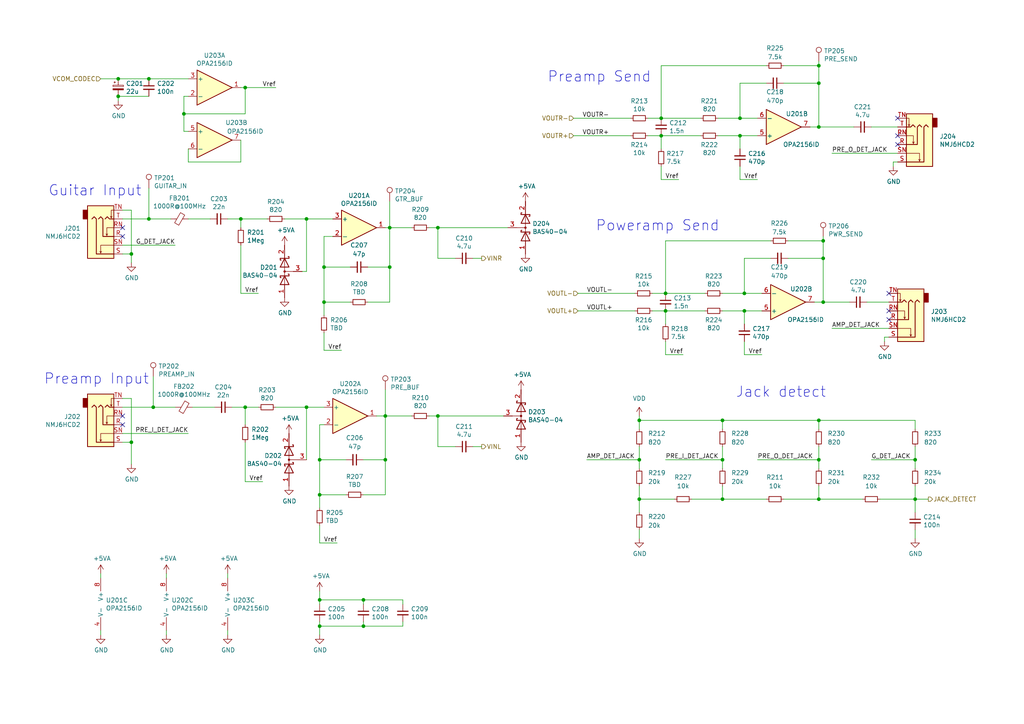
<source format=kicad_sch>
(kicad_sch (version 20210621) (generator eeschema)
  (paper "A4")
  (lib_symbols
    (symbol "Amplifier_Operational:OPA2197xD" (pin_names (offset 0.127))
      (property "Reference" "U" (at 2.54 6.35 0))
      (property "Value" "OPA2197xD" (at 2.54 3.81 0))
      (symbol "OPA2197xD_1_1"
        (pin output line (at 7.62 0 180) (length 2.54) (name "~") (number "1"))
        (pin input line (at -7.62 -2.54 0) (length 2.54) (name "-") (number "2"))
        (pin input line (at -7.62 2.54 0) (length 2.54) (name "+") (number "3"))
      )
      (symbol "OPA2197xD_2_1"
        (pin input line (at -7.62 2.54 0) (length 2.54) (name "+") (number "5"))
        (pin input line (at -7.62 -2.54 0) (length 2.54) (name "-") (number "6"))
        (pin output line (at 7.62 0 180) (length 2.54) (name "~") (number "7"))
      )
      (symbol "OPA2197xD_3_1"
        (pin power_in line (at 0 -7.62 90) (length 3.81) (name "V-") (number "4"))
        (pin power_in line (at 0 7.62 270) (length 3.81) (name "V+") (number "8"))
      )
    )
    (symbol "Connector:AudioJack3_Switch"
      (property "Reference" "J" (at 0 11.43 0))
      (property "Value" "AudioJack3_Switch" (at 0 8.89 0))
      (symbol "AudioJack3_Switch_1_1"
        (pin passive line (at 5.08 0 180) (length 2.54) (name "~") (number "R"))
        (pin passive line (at 5.08 -2.54 180) (length 2.54) (name "~") (number "RN"))
        (pin passive line (at 5.08 5.08 180) (length 2.54) (name "~") (number "S"))
        (pin passive line (at 5.08 2.54 180) (length 2.54) (name "~") (number "SN"))
        (pin passive line (at 5.08 -5.08 180) (length 2.54) (name "~") (number "T"))
        (pin passive line (at 5.08 -7.62 180) (length 2.54) (name "~") (number "TN"))
      )
    )
    (symbol "Connector:TestPoint" (pin_numbers hide) (pin_names (offset 0.762) hide)
      (property "Reference" "TP" (at 0 6.858 0))
      (property "Value" "TestPoint" (at 0 5.08 0))
      (symbol "TestPoint_1_1"
        (pin passive line (at 0 0 90) (length 2.54) (name "1") (number "1"))
      )
    )
    (symbol "Device:CP_Small" (pin_numbers hide) (pin_names (offset 0.254) hide)
      (property "Reference" "C" (at 0.254 1.778 0))
      (property "Value" "CP_Small" (at 0.254 -2.032 0))
      (symbol "CP_Small_1_1"
        (pin passive line (at 0 2.54 270) (length 1.8542) (name "~") (number "1"))
        (pin passive line (at 0 -2.54 90) (length 1.8542) (name "~") (number "2"))
      )
    )
    (symbol "Device:C_Small" (pin_numbers hide) (pin_names (offset 0.254) hide)
      (property "Reference" "C" (at 0.254 1.778 0))
      (property "Value" "C_Small" (at 0.254 -2.032 0))
      (symbol "C_Small_1_1"
        (pin passive line (at 0 2.54 270) (length 2.032) (name "~") (number "1"))
        (pin passive line (at 0 -2.54 90) (length 2.032) (name "~") (number "2"))
      )
    )
    (symbol "Device:D_Schottky_x2_Serial_AKC" (pin_names (offset 0.762) hide)
      (property "Reference" "D" (at 1.27 -2.54 0))
      (property "Value" "D_Schottky_x2_Serial_AKC" (at 0 2.54 0))
      (symbol "D_Schottky_x2_Serial_AKC_0_1"
        (pin passive line (at -7.62 0 0) (length 3.81) (name "A") (number "1"))
        (pin passive line (at 7.62 0 180) (length 3.81) (name "K") (number "2"))
        (pin passive line (at 0 -5.08 90) (length 2.54) (name "common") (number "3"))
      )
    )
    (symbol "Device:Ferrite_Bead_Small" (pin_numbers hide) (pin_names (offset 0))
      (property "Reference" "FB" (at 1.905 1.27 0))
      (property "Value" "Ferrite_Bead_Small" (at 1.905 -1.27 0))
      (symbol "Ferrite_Bead_Small_1_1"
        (pin passive line (at 0 2.54 270) (length 1.27) (name "~") (number "1"))
        (pin passive line (at 0 -2.54 90) (length 1.27) (name "~") (number "2"))
      )
    )
    (symbol "Device:R_Small" (pin_numbers hide) (pin_names (offset 0.254) hide)
      (property "Reference" "R" (at 0.762 0.508 0))
      (property "Value" "R_Small" (at 0.762 -1.016 0))
      (symbol "R_Small_1_1"
        (pin passive line (at 0 2.54 270) (length 0.762) (name "~") (number "1"))
        (pin passive line (at 0 -2.54 90) (length 0.762) (name "~") (number "2"))
      )
    )
    (symbol "power:+5VA" (power) (pin_names (offset 0))
      (property "Value" "+5VA" (at 0 3.556 0))
      (symbol "+5VA_1_1"
        (pin power_in line (at 0 0 90) (length 0) hide (name "+5VA") (number "1"))
      )
    )
    (symbol "power:GND" (power) (pin_names (offset 0))
      (property "Value" "GND" (at 0 -3.81 0))
      (symbol "GND_1_1"
        (pin power_in line (at 0 0 270) (length 0) hide (name "GND") (number "1"))
      )
    )
    (symbol "power:VDD" (power) (pin_names (offset 0))
      (property "Value" "VDD" (at 0 3.81 0))
      (symbol "VDD_1_1"
        (pin power_in line (at 0 0 90) (length 0) hide (name "VDD") (number "1"))
      )
    )
  )
  (junction (at 34.29 22.86) (diameter 0.9144))
  (junction (at 34.29 27.94) (diameter 0.9144))
  (junction (at 38.1 73.66) (diameter 0.9144))
  (junction (at 38.1 128.27) (diameter 0.9144))
  (junction (at 43.18 22.86) (diameter 0.9144))
  (junction (at 43.18 63.5) (diameter 0.9144))
  (junction (at 44.45 118.11) (diameter 0.9144))
  (junction (at 53.34 33.02) (diameter 0.9144))
  (junction (at 69.85 63.5) (diameter 0.9144))
  (junction (at 71.12 25.4) (diameter 0.9144))
  (junction (at 71.12 118.11) (diameter 0.9144))
  (junction (at 88.9 63.5) (diameter 0.9144))
  (junction (at 88.9 118.11) (diameter 0.9144))
  (junction (at 92.71 133.35) (diameter 0.9144))
  (junction (at 92.71 143.51) (diameter 0.9144))
  (junction (at 92.71 173.99) (diameter 0.9144))
  (junction (at 92.71 181.61) (diameter 0.9144))
  (junction (at 93.98 77.47) (diameter 0.9144))
  (junction (at 93.98 87.63) (diameter 0.9144))
  (junction (at 105.41 173.99) (diameter 0.9144))
  (junction (at 105.41 181.61) (diameter 0.9144))
  (junction (at 111.76 120.65) (diameter 0.9144))
  (junction (at 111.76 133.35) (diameter 0.9144))
  (junction (at 113.03 66.04) (diameter 0.9144))
  (junction (at 113.03 77.47) (diameter 0.9144))
  (junction (at 127 66.04) (diameter 0.9144))
  (junction (at 127 120.65) (diameter 0.9144))
  (junction (at 185.42 121.92))
  (junction (at 185.42 133.35))
  (junction (at 185.42 144.78))
  (junction (at 191.77 34.29) (diameter 0.9144))
  (junction (at 191.77 39.37) (diameter 0.9144))
  (junction (at 193.04 85.09) (diameter 0.9144))
  (junction (at 193.04 90.17) (diameter 0.9144))
  (junction (at 209.55 121.92))
  (junction (at 209.55 133.35))
  (junction (at 209.55 144.78))
  (junction (at 214.63 34.29) (diameter 0.9144))
  (junction (at 214.63 39.37) (diameter 0.9144))
  (junction (at 215.9 85.09) (diameter 0.9144))
  (junction (at 215.9 90.17) (diameter 0.9144))
  (junction (at 237.49 19.05) (diameter 0.9144))
  (junction (at 237.49 24.13) (diameter 0.9144))
  (junction (at 237.49 36.83) (diameter 0.9144))
  (junction (at 237.49 121.92))
  (junction (at 237.49 133.35))
  (junction (at 237.49 144.78))
  (junction (at 238.76 69.85) (diameter 0.9144))
  (junction (at 238.76 74.93) (diameter 0.9144))
  (junction (at 238.76 87.63) (diameter 0.9144))
  (junction (at 265.43 133.35))
  (junction (at 265.43 144.78))
  (no_connect (at 35.56 66.04))
  (no_connect (at 35.56 68.58))
  (no_connect (at 35.56 120.65))
  (no_connect (at 35.56 123.19))
  (no_connect (at 257.81 85.09))
  (no_connect (at 257.81 90.17))
  (no_connect (at 257.81 92.71))
  (no_connect (at 260.35 34.29))
  (no_connect (at 260.35 39.37))
  (no_connect (at 260.35 41.91))
  (wire (pts (xy 29.21 22.86) (xy 34.29 22.86)))
  (wire (pts (xy 29.21 167.64) (xy 29.21 166.37)))
  (wire (pts (xy 29.21 184.15) (xy 29.21 182.88)))
  (wire (pts (xy 34.29 22.86) (xy 43.18 22.86)))
  (wire (pts (xy 34.29 27.94) (xy 43.18 27.94)))
  (wire (pts (xy 34.29 29.21) (xy 34.29 27.94)))
  (wire (pts (xy 35.56 60.96) (xy 38.1 60.96)))
  (wire (pts (xy 35.56 63.5) (xy 43.18 63.5)))
  (wire (pts (xy 35.56 71.12) (xy 50.8 71.12)))
  (wire (pts (xy 35.56 118.11) (xy 44.45 118.11)))
  (wire (pts (xy 35.56 125.73) (xy 54.61 125.73)))
  (wire (pts (xy 35.56 128.27) (xy 38.1 128.27)))
  (wire (pts (xy 38.1 60.96) (xy 38.1 73.66)))
  (wire (pts (xy 38.1 73.66) (xy 35.56 73.66)))
  (wire (pts (xy 38.1 76.2) (xy 38.1 73.66)))
  (wire (pts (xy 38.1 115.57) (xy 35.56 115.57)))
  (wire (pts (xy 38.1 128.27) (xy 38.1 115.57)))
  (wire (pts (xy 38.1 128.27) (xy 38.1 134.62)))
  (wire (pts (xy 43.18 22.86) (xy 54.61 22.86)))
  (wire (pts (xy 43.18 54.61) (xy 43.18 63.5)))
  (wire (pts (xy 43.18 63.5) (xy 49.53 63.5)))
  (wire (pts (xy 44.45 109.22) (xy 44.45 118.11)))
  (wire (pts (xy 44.45 118.11) (xy 50.8 118.11)))
  (wire (pts (xy 48.26 166.37) (xy 48.26 167.64)))
  (wire (pts (xy 48.26 184.15) (xy 48.26 182.88)))
  (wire (pts (xy 53.34 27.94) (xy 53.34 33.02)))
  (wire (pts (xy 53.34 33.02) (xy 71.12 33.02)))
  (wire (pts (xy 53.34 38.1) (xy 53.34 33.02)))
  (wire (pts (xy 54.61 27.94) (xy 53.34 27.94)))
  (wire (pts (xy 54.61 38.1) (xy 53.34 38.1)))
  (wire (pts (xy 54.61 43.18) (xy 54.61 46.99)))
  (wire (pts (xy 54.61 46.99) (xy 69.85 46.99)))
  (wire (pts (xy 54.61 63.5) (xy 60.96 63.5)))
  (wire (pts (xy 62.23 118.11) (xy 55.88 118.11)))
  (wire (pts (xy 66.04 63.5) (xy 69.85 63.5)))
  (wire (pts (xy 66.04 167.64) (xy 66.04 166.37)))
  (wire (pts (xy 66.04 184.15) (xy 66.04 182.88)))
  (wire (pts (xy 67.31 118.11) (xy 71.12 118.11)))
  (wire (pts (xy 69.85 46.99) (xy 69.85 40.64)))
  (wire (pts (xy 69.85 63.5) (xy 69.85 66.04)))
  (wire (pts (xy 69.85 71.12) (xy 69.85 85.09)))
  (wire (pts (xy 71.12 25.4) (xy 69.85 25.4)))
  (wire (pts (xy 71.12 25.4) (xy 80.01 25.4)))
  (wire (pts (xy 71.12 33.02) (xy 71.12 25.4)))
  (wire (pts (xy 71.12 118.11) (xy 71.12 123.19)))
  (wire (pts (xy 71.12 118.11) (xy 74.93 118.11)))
  (wire (pts (xy 71.12 128.27) (xy 71.12 139.7)))
  (wire (pts (xy 71.12 139.7) (xy 76.2 139.7)))
  (wire (pts (xy 74.93 85.09) (xy 69.85 85.09)))
  (wire (pts (xy 77.47 63.5) (xy 69.85 63.5)))
  (wire (pts (xy 80.01 118.11) (xy 88.9 118.11)))
  (wire (pts (xy 82.55 63.5) (xy 88.9 63.5)))
  (wire (pts (xy 87.63 78.74) (xy 88.9 78.74)))
  (wire (pts (xy 88.9 78.74) (xy 88.9 63.5)))
  (wire (pts (xy 88.9 118.11) (xy 93.98 118.11)))
  (wire (pts (xy 88.9 133.35) (xy 88.9 118.11)))
  (wire (pts (xy 92.71 123.19) (xy 92.71 133.35)))
  (wire (pts (xy 92.71 133.35) (xy 92.71 143.51)))
  (wire (pts (xy 92.71 133.35) (xy 100.33 133.35)))
  (wire (pts (xy 92.71 143.51) (xy 92.71 147.32)))
  (wire (pts (xy 92.71 143.51) (xy 100.33 143.51)))
  (wire (pts (xy 92.71 152.4) (xy 92.71 157.48)))
  (wire (pts (xy 92.71 157.48) (xy 97.79 157.48)))
  (wire (pts (xy 92.71 171.45) (xy 92.71 173.99)))
  (wire (pts (xy 92.71 173.99) (xy 105.41 173.99)))
  (wire (pts (xy 92.71 175.26) (xy 92.71 173.99)))
  (wire (pts (xy 92.71 180.34) (xy 92.71 181.61)))
  (wire (pts (xy 92.71 181.61) (xy 92.71 184.15)))
  (wire (pts (xy 92.71 181.61) (xy 105.41 181.61)))
  (wire (pts (xy 93.98 68.58) (xy 93.98 77.47)))
  (wire (pts (xy 93.98 77.47) (xy 93.98 87.63)))
  (wire (pts (xy 93.98 77.47) (xy 101.6 77.47)))
  (wire (pts (xy 93.98 87.63) (xy 93.98 91.44)))
  (wire (pts (xy 93.98 87.63) (xy 101.6 87.63)))
  (wire (pts (xy 93.98 96.52) (xy 93.98 101.6)))
  (wire (pts (xy 93.98 123.19) (xy 92.71 123.19)))
  (wire (pts (xy 96.52 63.5) (xy 88.9 63.5)))
  (wire (pts (xy 96.52 68.58) (xy 93.98 68.58)))
  (wire (pts (xy 99.06 101.6) (xy 93.98 101.6)))
  (wire (pts (xy 105.41 133.35) (xy 111.76 133.35)))
  (wire (pts (xy 105.41 143.51) (xy 111.76 143.51)))
  (wire (pts (xy 105.41 173.99) (xy 116.84 173.99)))
  (wire (pts (xy 105.41 175.26) (xy 105.41 173.99)))
  (wire (pts (xy 105.41 181.61) (xy 105.41 180.34)))
  (wire (pts (xy 105.41 181.61) (xy 116.84 181.61)))
  (wire (pts (xy 106.68 77.47) (xy 113.03 77.47)))
  (wire (pts (xy 106.68 87.63) (xy 113.03 87.63)))
  (wire (pts (xy 109.22 120.65) (xy 111.76 120.65)))
  (wire (pts (xy 111.76 113.03) (xy 111.76 120.65)))
  (wire (pts (xy 111.76 120.65) (xy 111.76 133.35)))
  (wire (pts (xy 111.76 120.65) (xy 119.38 120.65)))
  (wire (pts (xy 111.76 143.51) (xy 111.76 133.35)))
  (wire (pts (xy 113.03 58.42) (xy 113.03 66.04)))
  (wire (pts (xy 113.03 66.04) (xy 111.76 66.04)))
  (wire (pts (xy 113.03 66.04) (xy 119.38 66.04)))
  (wire (pts (xy 113.03 77.47) (xy 113.03 66.04)))
  (wire (pts (xy 113.03 87.63) (xy 113.03 77.47)))
  (wire (pts (xy 116.84 173.99) (xy 116.84 175.26)))
  (wire (pts (xy 116.84 181.61) (xy 116.84 180.34)))
  (wire (pts (xy 124.46 66.04) (xy 127 66.04)))
  (wire (pts (xy 124.46 120.65) (xy 127 120.65)))
  (wire (pts (xy 127 66.04) (xy 147.32 66.04)))
  (wire (pts (xy 127 74.93) (xy 127 66.04)))
  (wire (pts (xy 127 74.93) (xy 132.08 74.93)))
  (wire (pts (xy 127 120.65) (xy 127 129.54)))
  (wire (pts (xy 127 120.65) (xy 146.05 120.65)))
  (wire (pts (xy 127 129.54) (xy 132.08 129.54)))
  (wire (pts (xy 137.16 74.93) (xy 139.7 74.93)))
  (wire (pts (xy 137.16 129.54) (xy 139.7 129.54)))
  (wire (pts (xy 166.37 34.29) (xy 182.88 34.29)))
  (wire (pts (xy 166.37 39.37) (xy 182.88 39.37)))
  (wire (pts (xy 167.64 85.09) (xy 184.15 85.09)))
  (wire (pts (xy 167.64 90.17) (xy 184.15 90.17)))
  (wire (pts (xy 170.18 133.35) (xy 185.42 133.35)))
  (wire (pts (xy 185.42 120.65) (xy 185.42 121.92)))
  (wire (pts (xy 185.42 121.92) (xy 209.55 121.92)))
  (wire (pts (xy 185.42 124.46) (xy 185.42 121.92)))
  (wire (pts (xy 185.42 133.35) (xy 185.42 129.54)))
  (wire (pts (xy 185.42 135.89) (xy 185.42 133.35)))
  (wire (pts (xy 185.42 144.78) (xy 185.42 140.97)))
  (wire (pts (xy 185.42 144.78) (xy 195.58 144.78)))
  (wire (pts (xy 185.42 148.59) (xy 185.42 144.78)))
  (wire (pts (xy 185.42 153.67) (xy 185.42 156.21)))
  (wire (pts (xy 187.96 34.29) (xy 191.77 34.29)))
  (wire (pts (xy 187.96 39.37) (xy 191.77 39.37)))
  (wire (pts (xy 189.23 85.09) (xy 193.04 85.09)))
  (wire (pts (xy 189.23 90.17) (xy 193.04 90.17)))
  (wire (pts (xy 191.77 19.05) (xy 222.25 19.05)))
  (wire (pts (xy 191.77 34.29) (xy 191.77 19.05)))
  (wire (pts (xy 191.77 34.29) (xy 203.2 34.29)))
  (wire (pts (xy 191.77 39.37) (xy 203.2 39.37)))
  (wire (pts (xy 191.77 43.18) (xy 191.77 39.37)))
  (wire (pts (xy 191.77 48.26) (xy 191.77 52.07)))
  (wire (pts (xy 193.04 69.85) (xy 223.52 69.85)))
  (wire (pts (xy 193.04 85.09) (xy 193.04 69.85)))
  (wire (pts (xy 193.04 85.09) (xy 204.47 85.09)))
  (wire (pts (xy 193.04 90.17) (xy 204.47 90.17)))
  (wire (pts (xy 193.04 93.98) (xy 193.04 90.17)))
  (wire (pts (xy 193.04 99.06) (xy 193.04 102.87)))
  (wire (pts (xy 193.04 133.35) (xy 209.55 133.35)))
  (wire (pts (xy 196.85 52.07) (xy 191.77 52.07)))
  (wire (pts (xy 198.12 102.87) (xy 193.04 102.87)))
  (wire (pts (xy 200.66 144.78) (xy 209.55 144.78)))
  (wire (pts (xy 208.28 34.29) (xy 214.63 34.29)))
  (wire (pts (xy 208.28 39.37) (xy 214.63 39.37)))
  (wire (pts (xy 209.55 85.09) (xy 215.9 85.09)))
  (wire (pts (xy 209.55 90.17) (xy 215.9 90.17)))
  (wire (pts (xy 209.55 121.92) (xy 209.55 124.46)))
  (wire (pts (xy 209.55 121.92) (xy 237.49 121.92)))
  (wire (pts (xy 209.55 129.54) (xy 209.55 133.35)))
  (wire (pts (xy 209.55 133.35) (xy 209.55 135.89)))
  (wire (pts (xy 209.55 140.97) (xy 209.55 144.78)))
  (wire (pts (xy 209.55 144.78) (xy 222.25 144.78)))
  (wire (pts (xy 214.63 24.13) (xy 222.25 24.13)))
  (wire (pts (xy 214.63 34.29) (xy 214.63 24.13)))
  (wire (pts (xy 214.63 34.29) (xy 219.71 34.29)))
  (wire (pts (xy 214.63 39.37) (xy 219.71 39.37)))
  (wire (pts (xy 214.63 43.18) (xy 214.63 39.37)))
  (wire (pts (xy 214.63 48.26) (xy 214.63 52.07)))
  (wire (pts (xy 215.9 74.93) (xy 223.52 74.93)))
  (wire (pts (xy 215.9 85.09) (xy 215.9 74.93)))
  (wire (pts (xy 215.9 85.09) (xy 220.98 85.09)))
  (wire (pts (xy 215.9 90.17) (xy 220.98 90.17)))
  (wire (pts (xy 215.9 93.98) (xy 215.9 90.17)))
  (wire (pts (xy 215.9 99.06) (xy 215.9 102.87)))
  (wire (pts (xy 219.71 52.07) (xy 214.63 52.07)))
  (wire (pts (xy 219.71 133.35) (xy 237.49 133.35)))
  (wire (pts (xy 220.98 102.87) (xy 215.9 102.87)))
  (wire (pts (xy 227.33 24.13) (xy 237.49 24.13)))
  (wire (pts (xy 227.33 144.78) (xy 237.49 144.78)))
  (wire (pts (xy 228.6 74.93) (xy 238.76 74.93)))
  (wire (pts (xy 234.95 36.83) (xy 237.49 36.83)))
  (wire (pts (xy 236.22 87.63) (xy 238.76 87.63)))
  (wire (pts (xy 237.49 17.78) (xy 237.49 19.05)))
  (wire (pts (xy 237.49 19.05) (xy 227.33 19.05)))
  (wire (pts (xy 237.49 24.13) (xy 237.49 19.05)))
  (wire (pts (xy 237.49 36.83) (xy 237.49 24.13)))
  (wire (pts (xy 237.49 36.83) (xy 247.65 36.83)))
  (wire (pts (xy 237.49 121.92) (xy 237.49 124.46)))
  (wire (pts (xy 237.49 121.92) (xy 265.43 121.92)))
  (wire (pts (xy 237.49 129.54) (xy 237.49 133.35)))
  (wire (pts (xy 237.49 133.35) (xy 237.49 135.89)))
  (wire (pts (xy 237.49 140.97) (xy 237.49 144.78)))
  (wire (pts (xy 237.49 144.78) (xy 250.19 144.78)))
  (wire (pts (xy 238.76 68.58) (xy 238.76 69.85)))
  (wire (pts (xy 238.76 69.85) (xy 228.6 69.85)))
  (wire (pts (xy 238.76 74.93) (xy 238.76 69.85)))
  (wire (pts (xy 238.76 87.63) (xy 238.76 74.93)))
  (wire (pts (xy 241.3 44.45) (xy 260.35 44.45)))
  (wire (pts (xy 241.3 95.25) (xy 257.81 95.25)))
  (wire (pts (xy 246.38 87.63) (xy 238.76 87.63)))
  (wire (pts (xy 252.73 36.83) (xy 260.35 36.83)))
  (wire (pts (xy 252.73 133.35) (xy 265.43 133.35)))
  (wire (pts (xy 255.27 144.78) (xy 265.43 144.78)))
  (wire (pts (xy 256.54 97.79) (xy 257.81 97.79)))
  (wire (pts (xy 256.54 99.06) (xy 256.54 97.79)))
  (wire (pts (xy 257.81 87.63) (xy 251.46 87.63)))
  (wire (pts (xy 259.08 46.99) (xy 260.35 46.99)))
  (wire (pts (xy 259.08 48.26) (xy 259.08 46.99)))
  (wire (pts (xy 265.43 121.92) (xy 265.43 124.46)))
  (wire (pts (xy 265.43 129.54) (xy 265.43 133.35)))
  (wire (pts (xy 265.43 133.35) (xy 265.43 135.89)))
  (wire (pts (xy 265.43 140.97) (xy 265.43 144.78)))
  (wire (pts (xy 265.43 144.78) (xy 265.43 148.59)))
  (wire (pts (xy 265.43 144.78) (xy 269.24 144.78)))
  (wire (pts (xy 265.43 153.67) (xy 265.43 156.21)))
  (text "Preamp Input" (at 12.7 111.76 0) (effects (font (size 2.9972 2.9972)) (justify left bottom)))
  (text "Guitar Input" (at 13.97 57.15 0) (effects (font (size 2.9972 2.9972)) (justify left bottom)))
  (text "Preamp Send" (at 158.75 24.13 0) (effects (font (size 2.9972 2.9972)) (justify left bottom)))
  (text "Poweramp Send" (at 172.72 67.31 0) (effects (font (size 2.9972 2.9972)) (justify left bottom)))
  (text "Jack detect" (at 213.36 115.57 0) (effects (font (size 2.9972 2.9972)) (justify left bottom)))
  (label "G_DET_JACK" (at 50.8 71.12 180))
  (label "PRE_I_DET_JACK" (at 54.61 125.73 180))
  (label "Vref" (at 74.93 85.09 180))
  (label "Vref" (at 76.2 139.7 180))
  (label "Vref" (at 80.01 25.4 180))
  (label "Vref" (at 97.79 157.48 180))
  (label "Vref" (at 99.06 101.6 180))
  (label "VOUTR-" (at 168.91 34.29 0))
  (label "VOUTR+" (at 168.91 39.37 0))
  (label "VOUTL-" (at 170.18 85.09 0))
  (label "VOUTL+" (at 170.18 90.17 0))
  (label "AMP_DET_JACK" (at 170.18 133.35 0))
  (label "PRE_I_DET_JACK" (at 193.04 133.35 0))
  (label "Vref" (at 196.85 52.07 180))
  (label "Vref" (at 198.12 102.87 180))
  (label "Vref" (at 219.71 52.07 180))
  (label "PRE_O_DET_JACK" (at 219.71 133.35 0))
  (label "Vref" (at 220.98 102.87 180))
  (label "PRE_O_DET_JACK" (at 241.3 44.45 0))
  (label "AMP_DET_JACK" (at 241.3 95.25 0))
  (label "G_DET_JACK" (at 252.73 133.35 0))
  (hierarchical_label "VCOM_CODEC" (shape input) (at 29.21 22.86 180))
  (hierarchical_label "VINR" (shape output) (at 139.7 74.93 0))
  (hierarchical_label "VINL" (shape output) (at 139.7 129.54 0))
  (hierarchical_label "VOUTR-" (shape input) (at 166.37 34.29 180))
  (hierarchical_label "VOUTR+" (shape input) (at 166.37 39.37 180))
  (hierarchical_label "VOUTL-" (shape input) (at 167.64 85.09 180))
  (hierarchical_label "VOUTL+" (shape input) (at 167.64 90.17 180))
  (hierarchical_label "JACK_DETECT" (shape output) (at 269.24 144.78 0))
  (symbol (lib_id "power:+5VA") (at 29.21 166.37 0) (unit 1)
    (property "Reference" "#PWR0201" (effects hide))
    (property "Value" "+5VA" (at 29.591 161.9758 0))
  )
  (symbol (lib_id "power:+5VA") (at 48.26 166.37 0) (unit 1)
    (property "Reference" "#PWR0206" (effects hide))
    (property "Value" "+5VA" (at 48.641 161.9758 0))
  )
  (symbol (lib_id "power:+5VA") (at 66.04 166.37 0) (unit 1)
    (property "Reference" "#PWR0208" (effects hide))
    (property "Value" "+5VA" (at 66.421 161.9758 0))
  )
  (symbol (lib_id "power:+5VA") (at 82.55 71.12 0) (unit 1)
    (property "Reference" "#PWR0212" (effects hide))
    (property "Value" "+5VA" (at 82.931 66.7258 0))
  )
  (symbol (lib_id "power:+5VA") (at 83.82 125.73 0) (unit 1)
    (property "Reference" "#PWR0214" (effects hide))
    (property "Value" "+5VA" (at 84.201 121.3358 0))
  )
  (symbol (lib_id "power:+5VA") (at 92.71 171.45 0) (unit 1)
    (property "Reference" "#PWR0218" (effects hide))
    (property "Value" "+5VA" (at 93.091 167.0558 0))
  )
  (symbol (lib_id "power:+5VA") (at 151.13 113.03 0) (unit 1)
    (property "Reference" "#PWR0221" (effects hide))
    (property "Value" "+5VA" (at 151.511 108.6358 0))
  )
  (symbol (lib_id "power:+5VA") (at 152.4 58.42 0) (unit 1)
    (property "Reference" "#PWR0223" (effects hide))
    (property "Value" "+5VA" (at 152.781 54.0258 0))
  )
  (symbol (lib_id "power:VDD") (at 185.42 120.65 0) (unit 1)
    (property "Reference" "#PWR0210" (effects hide))
    (property "Value" "VDD" (at 185.42 115.57 0))
  )
  (symbol (lib_id "Connector:TestPoint") (at 43.18 54.61 0) (unit 1) (in_bom no)
    (property "Reference" "TP201" (at 44.6532 51.6128 0) (effects (justify left)))
    (property "Value" "GUITAR_IN" (at 44.6532 53.9242 0) (effects (justify left)))
    (property "Footprint" "guitar_dsp_platform:TestPoint_THTPad_D2.0mm_Drill1.0mm" (effects hide))
  )
  (symbol (lib_id "Connector:TestPoint") (at 44.45 109.22 0) (unit 1) (in_bom no)
    (property "Reference" "TP202" (at 45.9232 106.2228 0) (effects (justify left)))
    (property "Value" "PREAMP_IN" (at 45.9232 108.5342 0) (effects (justify left)))
    (property "Footprint" "guitar_dsp_platform:TestPoint_THTPad_D2.0mm_Drill1.0mm" (effects hide))
  )
  (symbol (lib_id "Connector:TestPoint") (at 111.76 113.03 0) (unit 1)
    (property "Reference" "TP203" (at 113.2332 110.0328 0) (effects (justify left)))
    (property "Value" "PRE_BUF" (at 113.2332 112.3442 0) (effects (justify left)))
    (property "Footprint" "guitar_dsp_platform:TestPoint_THTPad_D2.0mm_Drill1.0mm" (effects hide))
  )
  (symbol (lib_id "Connector:TestPoint") (at 113.03 58.42 0) (unit 1)
    (property "Reference" "TP204" (at 114.5032 55.4228 0) (effects (justify left)))
    (property "Value" "GTR_BUF" (at 114.5032 57.7342 0) (effects (justify left)))
    (property "Footprint" "guitar_dsp_platform:TestPoint_THTPad_D2.0mm_Drill1.0mm" (effects hide))
  )
  (symbol (lib_id "Connector:TestPoint") (at 237.49 17.78 0) (unit 1) (in_bom no)
    (property "Reference" "TP205" (at 238.9632 14.7828 0) (effects (justify left)))
    (property "Value" "PRE_SEND" (at 238.9632 17.0942 0) (effects (justify left)))
    (property "Footprint" "guitar_dsp_platform:TestPoint_THTPad_D2.0mm_Drill1.0mm" (effects hide))
  )
  (symbol (lib_id "Connector:TestPoint") (at 238.76 68.58 0) (unit 1) (in_bom no)
    (property "Reference" "TP206" (at 240.2332 65.5828 0) (effects (justify left)))
    (property "Value" "PWR_SEND" (at 240.2332 67.8942 0) (effects (justify left)))
    (property "Footprint" "guitar_dsp_platform:TestPoint_THTPad_D2.0mm_Drill1.0mm" (effects hide))
  )
  (symbol (lib_id "power:GND") (at 29.21 184.15 0) (unit 1)
    (property "Reference" "#PWR0202" (effects hide))
    (property "Value" "GND" (at 29.337 188.5442 0))
  )
  (symbol (lib_id "power:GND") (at 34.29 29.21 0) (unit 1)
    (property "Reference" "#PWR0203" (effects hide))
    (property "Value" "GND" (at 34.417 33.6042 0))
  )
  (symbol (lib_id "power:GND") (at 38.1 76.2 0) (unit 1)
    (property "Reference" "#PWR0204" (effects hide))
    (property "Value" "GND" (at 38.227 80.5942 0))
  )
  (symbol (lib_id "power:GND") (at 38.1 134.62 0) (unit 1)
    (property "Reference" "#PWR0205" (effects hide))
    (property "Value" "GND" (at 38.227 139.0142 0))
  )
  (symbol (lib_id "power:GND") (at 48.26 184.15 0) (unit 1)
    (property "Reference" "#PWR0207" (effects hide))
    (property "Value" "GND" (at 48.387 188.5442 0))
  )
  (symbol (lib_id "power:GND") (at 66.04 184.15 0) (unit 1)
    (property "Reference" "#PWR0209" (effects hide))
    (property "Value" "GND" (at 66.167 188.5442 0))
  )
  (symbol (lib_id "power:GND") (at 82.55 86.36 0) (unit 1)
    (property "Reference" "#PWR0213" (effects hide))
    (property "Value" "GND" (at 82.677 90.7542 0))
  )
  (symbol (lib_id "power:GND") (at 83.82 140.97 0) (unit 1)
    (property "Reference" "#PWR0215" (effects hide))
    (property "Value" "GND" (at 83.947 145.3642 0))
  )
  (symbol (lib_id "power:GND") (at 92.71 184.15 0) (unit 1)
    (property "Reference" "#PWR0219" (effects hide))
    (property "Value" "GND" (at 92.837 188.5442 0))
  )
  (symbol (lib_id "power:GND") (at 151.13 128.27 0) (unit 1)
    (property "Reference" "#PWR0222" (effects hide))
    (property "Value" "GND" (at 151.257 132.6642 0))
  )
  (symbol (lib_id "power:GND") (at 152.4 73.66 0) (unit 1)
    (property "Reference" "#PWR0224" (effects hide))
    (property "Value" "GND" (at 152.527 78.0542 0))
  )
  (symbol (lib_id "power:GND") (at 185.42 156.21 0) (unit 1)
    (property "Reference" "#PWR0211" (effects hide))
    (property "Value" "GND" (at 185.547 160.6042 0))
  )
  (symbol (lib_id "power:GND") (at 256.54 99.06 0) (unit 1)
    (property "Reference" "#PWR0235" (effects hide))
    (property "Value" "GND" (at 256.667 103.4542 0))
  )
  (symbol (lib_id "power:GND") (at 259.08 48.26 0) (unit 1)
    (property "Reference" "#PWR0236" (effects hide))
    (property "Value" "GND" (at 259.207 52.6542 0))
  )
  (symbol (lib_id "power:GND") (at 265.43 156.21 0) (unit 1)
    (property "Reference" "#PWR0216" (effects hide))
    (property "Value" "GND" (at 265.557 160.6042 0))
  )
  (symbol (lib_id "Device:R_Small") (at 69.85 68.58 0) (unit 1)
    (property "Reference" "R201" (at 71.628 67.4116 0) (effects (justify left)))
    (property "Value" "1Meg" (at 71.628 69.723 0) (effects (justify left)))
    (property "Footprint" "Resistor_SMD:R_0805_2012Metric_Pad1.20x1.40mm_HandSolder" (effects hide))
    (property "PN" "CR0805-FX-1004ELF" (effects hide))
  )
  (symbol (lib_id "Device:R_Small") (at 71.12 125.73 0) (unit 1)
    (property "Reference" "R202" (at 72.898 124.5616 0) (effects (justify left)))
    (property "Value" "1Meg" (at 72.898 126.873 0) (effects (justify left)))
    (property "Footprint" "Resistor_SMD:R_0805_2012Metric_Pad1.20x1.40mm_HandSolder" (effects hide))
    (property "PN" "CR0805-FX-1004ELF" (effects hide))
  )
  (symbol (lib_id "Device:R_Small") (at 77.47 118.11 270) (unit 1)
    (property "Reference" "R203" (at 77.47 113.1316 90))
    (property "Value" "820" (at 77.47 115.443 90))
    (property "Footprint" "Resistor_SMD:R_0805_2012Metric_Pad1.20x1.40mm_HandSolder" (effects hide))
    (property "PN" "CR0805-FX-8200ELF" (effects hide))
  )
  (symbol (lib_id "Device:R_Small") (at 80.01 63.5 270) (unit 1)
    (property "Reference" "R204" (at 80.01 58.5216 90))
    (property "Value" "820" (at 80.01 60.833 90))
    (property "Footprint" "Resistor_SMD:R_0805_2012Metric_Pad1.20x1.40mm_HandSolder" (effects hide))
    (property "PN" "CR0805-FX-8200ELF" (effects hide))
  )
  (symbol (lib_id "Device:R_Small") (at 92.71 149.86 0) (unit 1)
    (property "Reference" "R205" (at 94.488 148.6916 0) (effects (justify left)))
    (property "Value" "TBD" (at 94.488 151.003 0) (effects (justify left)))
    (property "Footprint" "Resistor_SMD:R_0805_2012Metric_Pad1.20x1.40mm_HandSolder" (effects hide))
  )
  (symbol (lib_id "Device:R_Small") (at 93.98 93.98 0) (unit 1)
    (property "Reference" "R206" (at 95.758 92.8116 0) (effects (justify left)))
    (property "Value" "TBD" (at 95.758 95.123 0) (effects (justify left)))
    (property "Footprint" "Resistor_SMD:R_0805_2012Metric_Pad1.20x1.40mm_HandSolder" (effects hide))
  )
  (symbol (lib_id "Device:R_Small") (at 102.87 143.51 270) (unit 1)
    (property "Reference" "R207" (at 102.87 138.2522 90))
    (property "Value" "TBD" (at 102.87 140.5636 90))
    (property "Footprint" "Resistor_SMD:R_0805_2012Metric_Pad1.20x1.40mm_HandSolder" (effects hide))
  )
  (symbol (lib_id "Device:R_Small") (at 104.14 87.63 270) (unit 1)
    (property "Reference" "R208" (at 104.14 82.3722 90))
    (property "Value" "TBD" (at 104.14 84.6836 90))
    (property "Footprint" "Resistor_SMD:R_0805_2012Metric_Pad1.20x1.40mm_HandSolder" (effects hide))
  )
  (symbol (lib_id "Device:R_Small") (at 121.92 66.04 270) (unit 1)
    (property "Reference" "R209" (at 121.92 60.7822 90))
    (property "Value" "820" (at 121.92 63.0936 90))
    (property "Footprint" "Resistor_SMD:R_0805_2012Metric_Pad1.20x1.40mm_HandSolder" (effects hide))
    (property "PN" "CR0805-FX-8200ELF" (effects hide))
  )
  (symbol (lib_id "Device:R_Small") (at 121.92 120.65 270) (unit 1)
    (property "Reference" "R210" (at 121.92 115.3922 90))
    (property "Value" "820" (at 121.92 117.7036 90))
    (property "Footprint" "Resistor_SMD:R_0805_2012Metric_Pad1.20x1.40mm_HandSolder" (effects hide))
    (property "PN" "CR0805-FX-8200ELF" (effects hide))
  )
  (symbol (lib_id "Device:R_Small") (at 185.42 34.29 270) (unit 1)
    (property "Reference" "R213" (at 185.42 29.3116 90))
    (property "Value" "10k" (at 185.42 31.623 90))
    (property "Footprint" "Resistor_SMD:R_0805_2012Metric_Pad1.20x1.40mm_HandSolder" (effects hide))
    (property "PN" "CR0805-FX-1002ELF" (effects hide))
  )
  (symbol (lib_id "Device:R_Small") (at 185.42 39.37 270) (unit 1)
    (property "Reference" "R214" (at 185.42 42.0116 90))
    (property "Value" "10k" (at 185.42 44.323 90))
    (property "Footprint" "Resistor_SMD:R_0805_2012Metric_Pad1.20x1.40mm_HandSolder" (effects hide))
    (property "PN" "CR0805-FX-1002ELF" (effects hide))
  )
  (symbol (lib_id "Device:R_Small") (at 185.42 127 0) (unit 1)
    (property "Reference" "R212" (at 187.96 125.7299 0) (effects (justify left)))
    (property "Value" "820" (at 187.96 128.2699 0) (effects (justify left)))
    (property "Footprint" "Resistor_SMD:R_0805_2012Metric_Pad1.20x1.40mm_HandSolder" (effects hide))
    (property "PN" "CR0805-FX-8200ELF" (effects hide))
  )
  (symbol (lib_id "Device:R_Small") (at 185.42 138.43 180) (unit 1)
    (property "Reference" "R219" (at 187.96 137.1599 0) (effects (justify right)))
    (property "Value" "20k" (at 187.96 139.6999 0) (effects (justify right)))
    (property "Footprint" "Resistor_SMD:R_0805_2012Metric_Pad1.20x1.40mm_HandSolder" (effects hide))
    (property "PN" "CR0805-FX-2002ELF" (effects hide))
  )
  (symbol (lib_id "Device:R_Small") (at 185.42 151.13 180) (unit 1)
    (property "Reference" "R220" (at 187.96 149.8599 0) (effects (justify right)))
    (property "Value" "20k" (at 187.96 152.3999 0) (effects (justify right)))
    (property "Footprint" "Resistor_SMD:R_0805_2012Metric_Pad1.20x1.40mm_HandSolder" (effects hide))
    (property "PN" "CR0805-FX-2002ELF" (effects hide))
  )
  (symbol (lib_id "Device:R_Small") (at 186.69 85.09 270) (unit 1)
    (property "Reference" "R215" (at 186.69 80.1116 90))
    (property "Value" "10k" (at 186.69 82.423 90))
    (property "Footprint" "Resistor_SMD:R_0805_2012Metric_Pad1.20x1.40mm_HandSolder" (effects hide))
    (property "PN" "CR0805-FX-1002ELF" (effects hide))
  )
  (symbol (lib_id "Device:R_Small") (at 186.69 90.17 270) (unit 1)
    (property "Reference" "R216" (at 186.69 92.8116 90))
    (property "Value" "10k" (at 186.69 95.123 90))
    (property "Footprint" "Resistor_SMD:R_0805_2012Metric_Pad1.20x1.40mm_HandSolder" (effects hide))
    (property "PN" "CR0805-FX-1002ELF" (effects hide))
  )
  (symbol (lib_id "Device:R_Small") (at 191.77 45.72 180) (unit 1)
    (property "Reference" "R217" (at 193.2686 44.5516 0) (effects (justify right)))
    (property "Value" "7.5k" (at 193.2686 46.863 0) (effects (justify right)))
    (property "Footprint" "Resistor_SMD:R_0805_2012Metric_Pad1.20x1.40mm_HandSolder" (effects hide))
    (property "PN" "CR0805-FX-7501ELF" (effects hide))
  )
  (symbol (lib_id "Device:R_Small") (at 193.04 96.52 180) (unit 1)
    (property "Reference" "R218" (at 194.5386 95.3516 0) (effects (justify right)))
    (property "Value" "7.5k" (at 194.5386 97.663 0) (effects (justify right)))
    (property "Footprint" "Resistor_SMD:R_0805_2012Metric_Pad1.20x1.40mm_HandSolder" (effects hide))
    (property "PN" "CR0805-FX-7501ELF" (effects hide))
  )
  (symbol (lib_id "Device:R_Small") (at 198.12 144.78 90) (unit 1)
    (property "Reference" "R227" (at 198.12 138.43 90))
    (property "Value" "10k" (at 198.12 140.97 90))
    (property "Footprint" "Resistor_SMD:R_0805_2012Metric_Pad1.20x1.40mm_HandSolder" (effects hide))
    (property "PN" "CR0805-FX-1002ELF" (effects hide))
  )
  (symbol (lib_id "Device:R_Small") (at 205.74 34.29 270) (unit 1)
    (property "Reference" "R221" (at 205.74 29.3116 90))
    (property "Value" "820" (at 205.74 31.623 90))
    (property "Footprint" "Resistor_SMD:R_0805_2012Metric_Pad1.20x1.40mm_HandSolder" (effects hide))
    (property "PN" "CR0805-FX-8200ELF" (effects hide))
  )
  (symbol (lib_id "Device:R_Small") (at 205.74 39.37 270) (unit 1)
    (property "Reference" "R222" (at 205.74 42.0116 90))
    (property "Value" "820" (at 205.74 44.323 90))
    (property "Footprint" "Resistor_SMD:R_0805_2012Metric_Pad1.20x1.40mm_HandSolder" (effects hide))
    (property "PN" "CR0805-FX-8200ELF" (effects hide))
  )
  (symbol (lib_id "Device:R_Small") (at 207.01 85.09 270) (unit 1)
    (property "Reference" "R223" (at 207.01 80.1116 90))
    (property "Value" "820" (at 207.01 82.423 90))
    (property "Footprint" "Resistor_SMD:R_0805_2012Metric_Pad1.20x1.40mm_HandSolder" (effects hide))
    (property "PN" "CR0805-FX-8200ELF" (effects hide))
  )
  (symbol (lib_id "Device:R_Small") (at 207.01 90.17 270) (unit 1)
    (property "Reference" "R224" (at 207.01 92.8116 90))
    (property "Value" "820" (at 207.01 95.123 90))
    (property "Footprint" "Resistor_SMD:R_0805_2012Metric_Pad1.20x1.40mm_HandSolder" (effects hide))
    (property "PN" "CR0805-FX-8200ELF" (effects hide))
  )
  (symbol (lib_id "Device:R_Small") (at 209.55 127 0) (unit 1)
    (property "Reference" "R228" (at 212.09 125.7299 0) (effects (justify left)))
    (property "Value" "820" (at 212.09 128.2699 0) (effects (justify left)))
    (property "Footprint" "Resistor_SMD:R_0805_2012Metric_Pad1.20x1.40mm_HandSolder" (effects hide))
    (property "PN" "CR0805-FX-8200ELF" (effects hide))
  )
  (symbol (lib_id "Device:R_Small") (at 209.55 138.43 180) (unit 1)
    (property "Reference" "R229" (at 212.09 137.1599 0) (effects (justify right)))
    (property "Value" "20k" (at 212.09 139.6999 0) (effects (justify right)))
    (property "Footprint" "Resistor_SMD:R_0805_2012Metric_Pad1.20x1.40mm_HandSolder" (effects hide))
    (property "PN" "CR0805-FX-2002ELF" (effects hide))
  )
  (symbol (lib_id "Device:R_Small") (at 224.79 19.05 270) (unit 1)
    (property "Reference" "R225" (at 224.79 13.97 90))
    (property "Value" "7.5k" (at 224.79 16.51 90))
    (property "Footprint" "Resistor_SMD:R_0805_2012Metric_Pad1.20x1.40mm_HandSolder" (effects hide))
    (property "PN" "CR0805-FX-7501ELF" (effects hide))
  )
  (symbol (lib_id "Device:R_Small") (at 224.79 144.78 90) (unit 1)
    (property "Reference" "R211" (at 224.79 138.43 90))
    (property "Value" "10k" (at 224.79 140.97 90))
    (property "Footprint" "Resistor_SMD:R_0805_2012Metric_Pad1.20x1.40mm_HandSolder" (effects hide))
    (property "PN" "CR0805-FX-1002ELF" (effects hide))
  )
  (symbol (lib_id "Device:R_Small") (at 226.06 69.85 270) (unit 1)
    (property "Reference" "R226" (at 226.06 64.77 90))
    (property "Value" "7.5k" (at 226.06 67.31 90))
    (property "Footprint" "Resistor_SMD:R_0805_2012Metric_Pad1.20x1.40mm_HandSolder" (effects hide))
    (property "PN" "CR0805-FX-7501ELF" (effects hide))
  )
  (symbol (lib_id "Device:R_Small") (at 237.49 127 0) (unit 1)
    (property "Reference" "R230" (at 240.03 125.7299 0) (effects (justify left)))
    (property "Value" "820" (at 240.03 128.2699 0) (effects (justify left)))
    (property "Footprint" "Resistor_SMD:R_0805_2012Metric_Pad1.20x1.40mm_HandSolder" (effects hide))
    (property "PN" "CR0805-FX-8200ELF" (effects hide))
  )
  (symbol (lib_id "Device:R_Small") (at 237.49 138.43 180) (unit 1)
    (property "Reference" "R231" (at 240.03 137.1599 0) (effects (justify right)))
    (property "Value" "20k" (at 240.03 139.6999 0) (effects (justify right)))
    (property "Footprint" "Resistor_SMD:R_0805_2012Metric_Pad1.20x1.40mm_HandSolder" (effects hide))
    (property "PN" "CR0805-FX-2002ELF" (effects hide))
  )
  (symbol (lib_id "Device:R_Small") (at 252.73 144.78 90) (unit 1)
    (property "Reference" "R232" (at 252.73 138.43 90))
    (property "Value" "10k" (at 252.73 140.97 90))
    (property "Footprint" "Resistor_SMD:R_0805_2012Metric_Pad1.20x1.40mm_HandSolder" (effects hide))
    (property "PN" "CR0805-FX-1002ELF" (effects hide))
  )
  (symbol (lib_id "Device:R_Small") (at 265.43 127 0) (unit 1)
    (property "Reference" "R233" (at 267.97 125.7299 0) (effects (justify left)))
    (property "Value" "820" (at 267.97 128.2699 0) (effects (justify left)))
    (property "Footprint" "Resistor_SMD:R_0805_2012Metric_Pad1.20x1.40mm_HandSolder" (effects hide))
    (property "PN" "CR0805-FX-8200ELF" (effects hide))
  )
  (symbol (lib_id "Device:R_Small") (at 265.43 138.43 180) (unit 1)
    (property "Reference" "R234" (at 267.97 137.1599 0) (effects (justify right)))
    (property "Value" "20k" (at 267.97 139.6999 0) (effects (justify right)))
    (property "Footprint" "Resistor_SMD:R_0805_2012Metric_Pad1.20x1.40mm_HandSolder" (effects hide))
    (property "PN" "CR0805-FX-2002ELF" (effects hide))
  )
  (symbol (lib_id "Amplifier_Operational:OPA2197xD") (at 29.21 175.26 0) (unit 3)
    (property "Reference" "U201" (at 30.6832 174.0916 0) (effects (justify left)))
    (property "Value" "OPA2156ID" (at 30.6832 176.403 0) (effects (justify left)))
    (property "Footprint" "Package_SO:SOIC-8_3.9x4.9mm_P1.27mm" (effects hide))
    (property "Datasheet" "https://www.ti.com/lit/ds/symlink/opa2156.pdf" (effects hide))
    (property "PN" "OPA2156ID" (effects hide))
  )
  (symbol (lib_id "Amplifier_Operational:OPA2197xD") (at 48.26 175.26 0) (unit 3)
    (property "Reference" "U202" (at 49.7332 174.0916 0) (effects (justify left)))
    (property "Value" "OPA2156ID" (at 49.7332 176.403 0) (effects (justify left)))
    (property "Footprint" "Package_SO:SOIC-8_3.9x4.9mm_P1.27mm" (effects hide))
    (property "Datasheet" "https://www.ti.com/lit/ds/symlink/opa2156.pdf" (effects hide))
    (property "PN" "OPA2156ID" (effects hide))
  )
  (symbol (lib_id "Amplifier_Operational:OPA2197xD") (at 66.04 175.26 0) (unit 3)
    (property "Reference" "U203" (at 67.5132 174.0916 0) (effects (justify left)))
    (property "Value" "OPA2156ID" (at 67.5132 176.403 0) (effects (justify left)))
    (property "Footprint" "Package_SO:SOIC-8_3.9x4.9mm_P1.27mm" (effects hide))
    (property "Datasheet" "https://www.ti.com/lit/ds/symlink/opa2156.pdf" (effects hide))
    (property "PN" "OPA2156ID" (effects hide))
  )
  (symbol (lib_id "Device:CP_Small") (at 34.29 25.4 0) (unit 1)
    (property "Reference" "C201" (at 36.5252 24.2316 0) (effects (justify left)))
    (property "Value" "22u" (at 36.5252 26.543 0) (effects (justify left)))
    (property "Footprint" "Capacitor_SMD:CP_Elec_4x5.8" (effects hide))
    (property "Datasheet" "https://www.mouser.co.uk/datasheet/2/315/ABA0000C1175-947561.pdf" (effects hide))
    (property "PN" "EEEFK1A220AR" (effects hide))
  )
  (symbol (lib_id "Device:C_Small") (at 43.18 25.4 0) (unit 1)
    (property "Reference" "C202" (at 45.5168 24.2316 0) (effects (justify left)))
    (property "Value" "100n" (at 45.5168 26.543 0) (effects (justify left)))
    (property "Footprint" "Capacitor_SMD:C_0805_2012Metric_Pad1.18x1.45mm_HandSolder" (effects hide))
    (property "Datasheet" "https://www.mouser.co.uk/datasheet/2/212/KEM_C1002_X7R_SMD-1102033.pdf" (effects hide))
    (property "PN" "C0805C104M3RACTU" (effects hide))
  )
  (symbol (lib_id "Device:C_Small") (at 63.5 63.5 270) (unit 1)
    (property "Reference" "C203" (at 63.5 57.6834 90))
    (property "Value" "22n" (at 63.5 59.9948 90))
    (property "Footprint" "Capacitor_SMD:C_0805_2012Metric_Pad1.18x1.45mm_HandSolder" (effects hide))
    (property "Datasheet" "https://product.tdk.com/info/en/catalog/datasheets/mlcc_automotive_general_en.pdf" (effects hide))
    (property "PN" "CGA4J2C0G1H223J125AA" (effects hide))
  )
  (symbol (lib_id "Device:C_Small") (at 64.77 118.11 270) (unit 1)
    (property "Reference" "C204" (at 64.77 112.2934 90))
    (property "Value" "22n" (at 64.77 114.6048 90))
    (property "Footprint" "Capacitor_SMD:C_0805_2012Metric_Pad1.18x1.45mm_HandSolder" (effects hide))
    (property "Datasheet" "https://product.tdk.com/info/en/catalog/datasheets/mlcc_automotive_general_en.pdf" (effects hide))
    (property "PN" "CGA4J2C0G1H223J125AA" (effects hide))
  )
  (symbol (lib_id "Device:C_Small") (at 92.71 177.8 0) (unit 1)
    (property "Reference" "C205" (at 95.0468 176.6316 0) (effects (justify left)))
    (property "Value" "100n" (at 95.0468 178.943 0) (effects (justify left)))
    (property "Footprint" "Capacitor_SMD:C_0805_2012Metric_Pad1.18x1.45mm_HandSolder" (effects hide))
    (property "Datasheet" "https://www.mouser.co.uk/datasheet/2/212/KEM_C1002_X7R_SMD-1102033.pdf" (effects hide))
    (property "PN" "C0805C104M3RACTU" (effects hide))
  )
  (symbol (lib_id "Device:C_Small") (at 102.87 133.35 270) (unit 1)
    (property "Reference" "C206" (at 102.87 127 90))
    (property "Value" "47p" (at 102.87 129.54 90))
    (property "Footprint" "Capacitor_SMD:C_0805_2012Metric_Pad1.18x1.45mm_HandSolder" (effects hide))
    (property "PN" "885012007014" (effects hide))
  )
  (symbol (lib_id "Device:C_Small") (at 104.14 77.47 270) (unit 1)
    (property "Reference" "C207" (at 104.14 71.12 90))
    (property "Value" "47p" (at 104.14 73.66 90))
    (property "Footprint" "Capacitor_SMD:C_0805_2012Metric_Pad1.18x1.45mm_HandSolder" (effects hide))
    (property "PN" "885012007014" (effects hide))
  )
  (symbol (lib_id "Device:C_Small") (at 105.41 177.8 0) (unit 1)
    (property "Reference" "C208" (at 107.7468 176.6316 0) (effects (justify left)))
    (property "Value" "100n" (at 107.7468 178.943 0) (effects (justify left)))
    (property "Footprint" "Capacitor_SMD:C_0805_2012Metric_Pad1.18x1.45mm_HandSolder" (effects hide))
    (property "Datasheet" "https://www.mouser.co.uk/datasheet/2/212/KEM_C1002_X7R_SMD-1102033.pdf" (effects hide))
    (property "PN" "C0805C104M3RACTU" (effects hide))
  )
  (symbol (lib_id "Device:C_Small") (at 116.84 177.8 0) (unit 1)
    (property "Reference" "C209" (at 119.1768 176.6316 0) (effects (justify left)))
    (property "Value" "100n" (at 119.1768 178.943 0) (effects (justify left)))
    (property "Footprint" "Capacitor_SMD:C_0805_2012Metric_Pad1.18x1.45mm_HandSolder" (effects hide))
    (property "Datasheet" "https://www.mouser.co.uk/datasheet/2/212/KEM_C1002_X7R_SMD-1102033.pdf" (effects hide))
    (property "PN" "C0805C104M3RACTU" (effects hide))
  )
  (symbol (lib_id "Device:C_Small") (at 134.62 74.93 90) (mirror x) (unit 1)
    (property "Reference" "C210" (at 134.62 69.1134 90))
    (property "Value" "4.7u" (at 134.62 71.4248 90))
    (property "Footprint" "Capacitor_SMD:C_Elec_4x5.8" (effects hide))
    (property "Datasheet" "https://industrial.panasonic.com/cdbs/www-data/pdf/RDE0000/ABA0000C1145.pdf" (effects hide))
    (property "PN" "EEE1CA4R7NR" (effects hide))
  )
  (symbol (lib_id "Device:C_Small") (at 134.62 129.54 90) (mirror x) (unit 1)
    (property "Reference" "C211" (at 134.62 123.7234 90))
    (property "Value" "4.7u" (at 134.62 126.0348 90))
    (property "Footprint" "Capacitor_SMD:C_Elec_4x5.8" (effects hide))
    (property "Datasheet" "https://industrial.panasonic.com/cdbs/www-data/pdf/RDE0000/ABA0000C1145.pdf" (effects hide))
    (property "PN" "EEE1CA4R7NR" (effects hide))
  )
  (symbol (lib_id "Device:C_Small") (at 191.77 36.83 0) (unit 1)
    (property "Reference" "C212" (at 194.1068 35.6616 0) (effects (justify left)))
    (property "Value" "1.5n" (at 194.1068 37.973 0) (effects (justify left)))
    (property "Footprint" "Capacitor_SMD:C_0805_2012Metric_Pad1.18x1.45mm_HandSolder" (effects hide))
    (property "Datasheet" "https://www.mouser.co.uk/datasheet/2/445/885012007041-1727041.pdf" (effects hide))
    (property "PN" "885012007041" (effects hide))
  )
  (symbol (lib_id "Device:C_Small") (at 193.04 87.63 0) (unit 1)
    (property "Reference" "C213" (at 195.3768 86.4616 0) (effects (justify left)))
    (property "Value" "1.5n" (at 195.3768 88.773 0) (effects (justify left)))
    (property "Footprint" "Capacitor_SMD:C_0805_2012Metric_Pad1.18x1.45mm_HandSolder" (effects hide))
    (property "Datasheet" "https://www.mouser.co.uk/datasheet/2/445/885012007041-1727041.pdf" (effects hide))
    (property "PN" "885012007041" (effects hide))
  )
  (symbol (lib_id "Device:C_Small") (at 214.63 45.72 180) (unit 1)
    (property "Reference" "C216" (at 216.9668 44.5516 0) (effects (justify right)))
    (property "Value" "470p" (at 216.9668 46.863 0) (effects (justify right)))
    (property "Footprint" "Capacitor_SMD:C_0805_2012Metric_Pad1.18x1.45mm_HandSolder" (effects hide))
    (property "Datasheet" "https://www.mouser.co.uk/datasheet/2/445/885012007061-1727070.pdf" (effects hide))
    (property "PN" "885012007061" (effects hide))
  )
  (symbol (lib_id "Device:C_Small") (at 215.9 96.52 180) (unit 1)
    (property "Reference" "C217" (at 218.2368 95.3516 0) (effects (justify right)))
    (property "Value" "470p" (at 218.2368 97.663 0) (effects (justify right)))
    (property "Footprint" "Capacitor_SMD:C_0805_2012Metric_Pad1.18x1.45mm_HandSolder" (effects hide))
    (property "Datasheet" "https://www.mouser.co.uk/datasheet/2/445/885012007061-1727070.pdf" (effects hide))
    (property "PN" "885012007061" (effects hide))
  )
  (symbol (lib_id "Device:C_Small") (at 224.79 24.13 270) (unit 1)
    (property "Reference" "C218" (at 224.79 26.67 90))
    (property "Value" "470p" (at 224.79 29.21 90))
    (property "Footprint" "Capacitor_SMD:C_0805_2012Metric_Pad1.18x1.45mm_HandSolder" (effects hide))
    (property "Datasheet" "https://www.mouser.co.uk/datasheet/2/445/885012007061-1727070.pdf" (effects hide))
    (property "PN" "885012007061" (effects hide))
  )
  (symbol (lib_id "Device:C_Small") (at 226.06 74.93 270) (unit 1)
    (property "Reference" "C219" (at 226.06 77.47 90))
    (property "Value" "470p" (at 226.06 80.01 90))
    (property "Footprint" "Capacitor_SMD:C_0805_2012Metric_Pad1.18x1.45mm_HandSolder" (effects hide))
    (property "Datasheet" "https://www.mouser.co.uk/datasheet/2/445/885012007061-1727070.pdf" (effects hide))
    (property "PN" "885012007061" (effects hide))
  )
  (symbol (lib_id "Device:C_Small") (at 248.92 87.63 90) (mirror x) (unit 1)
    (property "Reference" "C220" (at 248.92 81.8134 90))
    (property "Value" "4.7u" (at 248.92 84.1248 90))
    (property "Footprint" "Capacitor_SMD:C_Elec_4x5.8" (effects hide))
    (property "Datasheet" "https://industrial.panasonic.com/cdbs/www-data/pdf/RDE0000/ABA0000C1145.pdf" (effects hide))
    (property "PN" "EEE1CA4R7NR" (effects hide))
  )
  (symbol (lib_id "Device:C_Small") (at 250.19 36.83 90) (mirror x) (unit 1)
    (property "Reference" "C221" (at 250.19 31.0134 90))
    (property "Value" "4.7u" (at 250.19 33.3248 90))
    (property "Footprint" "Capacitor_SMD:C_Elec_4x5.8" (effects hide))
    (property "Datasheet" "https://industrial.panasonic.com/cdbs/www-data/pdf/RDE0000/ABA0000C1145.pdf" (effects hide))
    (property "PN" "EEE1CA4R7NR" (effects hide))
  )
  (symbol (lib_id "Device:C_Small") (at 265.43 151.13 0) (unit 1)
    (property "Reference" "C214" (at 267.7668 149.9616 0) (effects (justify left)))
    (property "Value" "100n" (at 267.7668 152.273 0) (effects (justify left)))
    (property "Footprint" "Capacitor_SMD:C_0805_2012Metric_Pad1.18x1.45mm_HandSolder" (effects hide))
    (property "Datasheet" "https://www.mouser.co.uk/datasheet/2/212/KEM_C1002_X7R_SMD-1102033.pdf" (effects hide))
    (property "PN" "C0805C104M3RACTU" (effects hide))
  )
  (symbol (lib_id "Device:Ferrite_Bead_Small") (at 52.07 63.5 270) (unit 1)
    (property "Reference" "FB201" (at 52.07 57.4802 90))
    (property "Value" "1000R@100MHz" (at 52.07 59.7916 90))
    (property "Footprint" "Resistor_SMD:R_0805_2012Metric_Pad1.20x1.40mm_HandSolder" (effects hide))
    (property "Datasheet" "https://www.mouser.co.uk/datasheet/2/150/2508051027Y1-1511733.pdf" (effects hide))
    (property "PN" "2508051027Y1" (effects hide))
  )
  (symbol (lib_id "Device:Ferrite_Bead_Small") (at 53.34 118.11 270) (unit 1)
    (property "Reference" "FB202" (at 53.34 112.0902 90))
    (property "Value" "1000R@100MHz" (at 53.34 114.4016 90))
    (property "Footprint" "Resistor_SMD:R_0805_2012Metric_Pad1.20x1.40mm_HandSolder" (effects hide))
    (property "Datasheet" "https://www.mouser.co.uk/datasheet/2/150/2508051027Y1-1511733.pdf" (effects hide))
    (property "PN" "2508051027Y1" (effects hide))
  )
  (symbol (lib_id "Device:D_Schottky_x2_Serial_AKC") (at 82.55 78.74 90) (unit 1)
    (property "Reference" "D201" (at 80.518 77.5716 90) (effects (justify left)))
    (property "Value" "BAS40-04" (at 80.518 79.883 90) (effects (justify left)))
    (property "Footprint" "Package_TO_SOT_SMD:SOT-23" (effects hide))
    (property "Datasheet" "https://www.mouser.co.uk/datasheet/2/916/BAS40_1PSXXSB4X_SER-1598244.pdf" (effects hide))
    (property "PN" "BAS40-04,235" (effects hide))
  )
  (symbol (lib_id "Device:D_Schottky_x2_Serial_AKC") (at 83.82 133.35 90) (unit 1)
    (property "Reference" "D202" (at 81.788 132.1816 90) (effects (justify left)))
    (property "Value" "BAS40-04" (at 81.788 134.493 90) (effects (justify left)))
    (property "Footprint" "Package_TO_SOT_SMD:SOT-23" (effects hide))
    (property "Datasheet" "https://www.mouser.co.uk/datasheet/2/916/BAS40_1PSXXSB4X_SER-1598244.pdf" (effects hide))
    (property "PN" "BAS40-04,235" (effects hide))
  )
  (symbol (lib_id "Device:D_Schottky_x2_Serial_AKC") (at 151.13 120.65 270) (mirror x) (unit 1)
    (property "Reference" "D203" (at 153.162 119.4816 90) (effects (justify left)))
    (property "Value" "BAS40-04" (at 153.162 121.793 90) (effects (justify left)))
    (property "Footprint" "Package_TO_SOT_SMD:SOT-23" (effects hide))
    (property "Datasheet" "https://www.mouser.co.uk/datasheet/2/916/BAS40_1PSXXSB4X_SER-1598244.pdf" (effects hide))
    (property "PN" "BAS40-04,235" (effects hide))
  )
  (symbol (lib_id "Device:D_Schottky_x2_Serial_AKC") (at 152.4 66.04 270) (mirror x) (unit 1)
    (property "Reference" "D204" (at 154.432 64.8716 90) (effects (justify left)))
    (property "Value" "BAS40-04" (at 154.432 67.183 90) (effects (justify left)))
    (property "Footprint" "Package_TO_SOT_SMD:SOT-23" (effects hide))
    (property "Datasheet" "https://www.mouser.co.uk/datasheet/2/916/BAS40_1PSXXSB4X_SER-1598244.pdf" (effects hide))
    (property "PN" "BAS40-04,235" (effects hide))
  )
  (symbol (lib_id "Amplifier_Operational:OPA2197xD") (at 62.23 25.4 0) (unit 1)
    (property "Reference" "U203" (at 62.23 16.0782 0))
    (property "Value" "OPA2156ID" (at 62.23 18.3896 0))
    (property "Footprint" "Package_SO:SOIC-8_3.9x4.9mm_P1.27mm" (effects hide))
    (property "Datasheet" "https://www.ti.com/lit/ds/symlink/opa2156.pdf" (effects hide))
    (property "PN" "OPA2156ID" (effects hide))
  )
  (symbol (lib_id "Amplifier_Operational:OPA2197xD") (at 62.23 40.64 0) (unit 2)
    (property "Reference" "U203" (at 68.58 35.56 0))
    (property "Value" "OPA2156ID" (at 71.12 38.1 0))
    (property "Footprint" "Package_SO:SOIC-8_3.9x4.9mm_P1.27mm" (effects hide))
    (property "Datasheet" "https://www.ti.com/lit/ds/symlink/opa2156.pdf" (effects hide))
    (property "PN" "OPA2156ID" (effects hide))
  )
  (symbol (lib_id "Amplifier_Operational:OPA2197xD") (at 101.6 120.65 0) (unit 1)
    (property "Reference" "U202" (at 101.6 111.3282 0))
    (property "Value" "OPA2156ID" (at 101.6 113.6396 0))
    (property "Footprint" "Package_SO:SOIC-8_3.9x4.9mm_P1.27mm" (effects hide))
    (property "Datasheet" "https://www.ti.com/lit/ds/symlink/opa2156.pdf" (effects hide))
    (property "PN" "OPA2156ID" (effects hide))
  )
  (symbol (lib_id "Amplifier_Operational:OPA2197xD") (at 104.14 66.04 0) (unit 1)
    (property "Reference" "U201" (at 104.14 56.7182 0))
    (property "Value" "OPA2156ID" (at 104.14 59.0296 0))
    (property "Footprint" "Package_SO:SOIC-8_3.9x4.9mm_P1.27mm" (effects hide))
    (property "Datasheet" "https://www.ti.com/lit/ds/symlink/opa2156.pdf" (effects hide))
    (property "PN" "OPA2156ID" (effects hide))
  )
  (symbol (lib_id "Amplifier_Operational:OPA2197xD") (at 227.33 36.83 0) (mirror x) (unit 2)
    (property "Reference" "U201" (at 231.14 33.02 0))
    (property "Value" "OPA2156ID" (at 232.41 41.91 0))
    (property "Footprint" "Package_SO:SOIC-8_3.9x4.9mm_P1.27mm" (effects hide))
    (property "Datasheet" "https://www.ti.com/lit/ds/symlink/opa2156.pdf" (effects hide))
    (property "PN" "OPA2156ID" (effects hide))
  )
  (symbol (lib_id "Amplifier_Operational:OPA2197xD") (at 228.6 87.63 0) (mirror x) (unit 2)
    (property "Reference" "U202" (at 232.41 83.82 0))
    (property "Value" "OPA2156ID" (at 233.68 92.71 0))
    (property "Footprint" "Package_SO:SOIC-8_3.9x4.9mm_P1.27mm" (effects hide))
    (property "Datasheet" "https://www.ti.com/lit/ds/symlink/opa2156.pdf" (effects hide))
    (property "PN" "OPA2156ID" (effects hide))
  )
  (symbol (lib_id "Connector:AudioJack3_Switch") (at 30.48 68.58 0) (mirror x) (unit 1)
    (property "Reference" "J201" (at 23.3934 66.2432 0) (effects (justify right)))
    (property "Value" "NMJ6HCD2" (at 23.3934 68.5546 0) (effects (justify right)))
    (property "Footprint" "guitar_dsp_platform:Jack_6.35mm_Neutrik_NMJ6HCD2_Horizontal" (effects hide))
    (property "PN" "NMJ4HCD2" (effects hide))
  )
  (symbol (lib_id "Connector:AudioJack3_Switch") (at 30.48 123.19 0) (mirror x) (unit 1)
    (property "Reference" "J202" (at 23.3934 120.8532 0) (effects (justify right)))
    (property "Value" "NMJ6HCD2" (at 23.3934 123.1646 0) (effects (justify right)))
    (property "Footprint" "guitar_dsp_platform:Jack_6.35mm_Neutrik_NMJ6HCD2_Horizontal" (effects hide))
    (property "PN" "NMJ4HCD2" (effects hide))
  )
  (symbol (lib_id "Connector:AudioJack3_Switch") (at 262.89 92.71 180) (unit 1)
    (property "Reference" "J203" (at 269.9766 90.3732 0) (effects (justify right)))
    (property "Value" "NMJ6HCD2" (at 269.9766 92.6846 0) (effects (justify right)))
    (property "Footprint" "guitar_dsp_platform:Jack_6.35mm_Neutrik_NMJ6HCD2_Horizontal" (effects hide))
    (property "PN" "NMJ4HCD2" (effects hide))
  )
  (symbol (lib_id "Connector:AudioJack3_Switch") (at 265.43 41.91 180) (unit 1)
    (property "Reference" "J204" (at 272.5166 39.5732 0) (effects (justify right)))
    (property "Value" "NMJ6HCD2" (at 272.5166 41.8846 0) (effects (justify right)))
    (property "Footprint" "guitar_dsp_platform:Jack_6.35mm_Neutrik_NMJ6HCD2_Horizontal" (effects hide))
    (property "PN" "NMJ4HCD2" (effects hide))
  )
)
</source>
